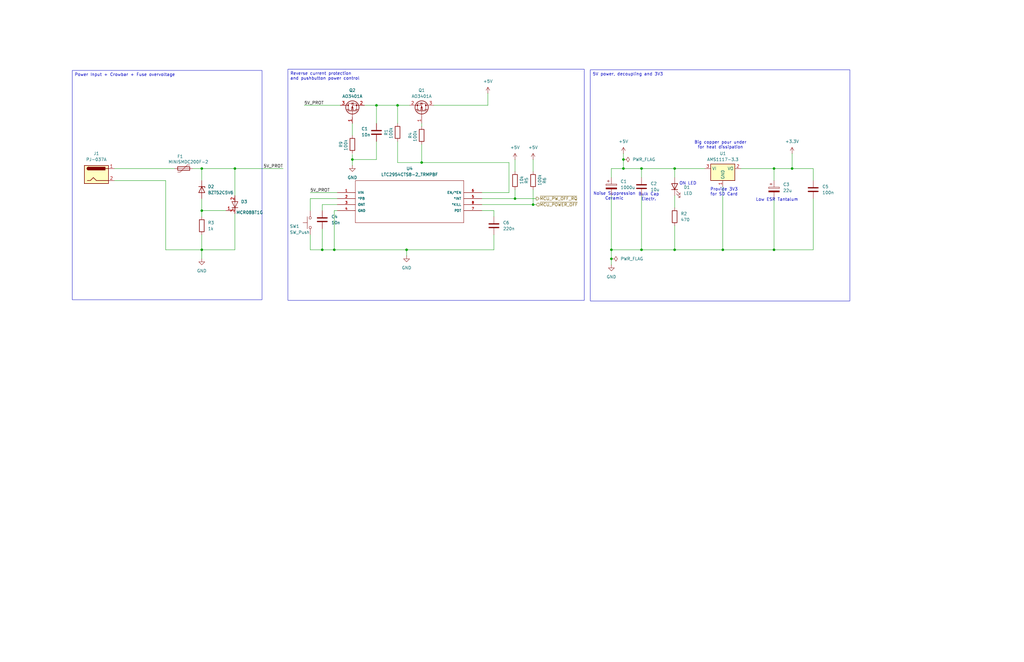
<source format=kicad_sch>
(kicad_sch (version 20250114) (generator "eeschema") (generator_version "9.0")
  (paper "USLedger")
  (title_block (title "Z80 HomeBrew Power") (date "2026-01-10") (rev "0.1"))
  (lib_symbols
    (symbol "Connector:Jack-DC" (pin_names (offset 1.016))
      (property "Reference" "J" (at 0 5.334 0))
      (property "Value" "Jack-DC" (at 0 -5.08 0))
      (symbol "Jack-DC_0_1"
        (rectangle (start -5.08 3.81) (end 5.08 -3.81) (stroke (width 0.254)) (fill (type background)))
        (polyline (pts (xy -3.81 -2.54) (xy -2.54 -2.54) (xy -1.27 -1.27) (xy 0 -2.54) (xy 2.54 -2.54) (xy 5.08 -2.54)) (stroke (width 0.254)))
        (arc (start -3.302 1.905) (mid -3.9343 2.54) (end -3.302 3.175) (stroke (width 0.254)))
        (arc (start -3.302 1.905) (mid -3.9343 2.54) (end -3.302 3.175) (stroke (width 0.254)) (fill (type outline)))
        (rectangle (start 3.683 3.175) (end -3.302 1.905) (stroke (width 0.254)) (fill (type outline)))
        (polyline (pts (xy 5.08 2.54) (xy 3.81 2.54)) (stroke (width 0.254)))
      )
      (symbol "Jack-DC_1_1"
        (pin passive line (at 7.62 2.54 180) (length 2.54) (name "~") (number "1"))
        (pin passive line (at 7.62 -2.54 180) (length 2.54) (name "~") (number "2"))
      )
    )
    (symbol "Device:C" (pin_numbers (hide yes)) (pin_names (offset 0.254))
      (property "Reference" "C" (at 0.635 2.54 0))
      (property "Value" "C" (at 0.635 -2.54 0))
      (symbol "C_0_1"
        (polyline (pts (xy -2.032 0.762) (xy 2.032 0.762)) (stroke (width 0.508)))
        (polyline (pts (xy -2.032 -0.762) (xy 2.032 -0.762)) (stroke (width 0.508)))
      )
      (symbol "C_1_1"
        (pin passive line (at 0 3.81 270) (length 2.794) (name "~") (number "1"))
        (pin passive line (at 0 -3.81 90) (length 2.794) (name "~") (number "2"))
      )
    )
    (symbol "Device:C_Polarized" (pin_numbers (hide yes)) (pin_names (offset 0.254))
      (property "Reference" "C" (at 0.635 2.54 0))
      (property "Value" "C_Polarized" (at 0.635 -2.54 0))
      (symbol "C_Polarized_0_1"
        (rectangle (start -2.286 0.508) (end 2.286 1.016))
        (polyline (pts (xy -1.778 2.286) (xy -0.762 2.286)))
        (polyline (pts (xy -1.27 2.794) (xy -1.27 1.778)))
        (rectangle (start 2.286 -0.508) (end -2.286 -1.016) (fill (type outline)))
      )
      (symbol "C_Polarized_1_1"
        (pin passive line (at 0 3.81 270) (length 2.794) (name "~") (number "1"))
        (pin passive line (at 0 -3.81 90) (length 2.794) (name "~") (number "2"))
      )
    )
    (symbol "Device:D_Zener" (pin_numbers (hide yes)) (pin_names (offset 1.016) (hide yes))
      (property "Reference" "D" (at 0 2.54 0))
      (property "Value" "D_Zener" (at 0 -2.54 0))
      (symbol "D_Zener_0_1"
        (polyline (pts (xy -1.27 -1.27) (xy -1.27 1.27) (xy -0.762 1.27)) (stroke (width 0.254)))
        (polyline (pts (xy 1.27 0) (xy -1.27 0)))
        (polyline (pts (xy 1.27 -1.27) (xy 1.27 1.27) (xy -1.27 0) (xy 1.27 -1.27)) (stroke (width 0.254)))
      )
      (symbol "D_Zener_1_1"
        (pin passive line (at -3.81 0 0) (length 2.54) (name "K") (number "1"))
        (pin passive line (at 3.81 0 180) (length 2.54) (name "A") (number "2"))
      )
    )
    (symbol "Device:LED" (pin_numbers (hide yes)) (pin_names (offset 1.016) (hide yes))
      (property "Reference" "D" (at 0 2.54 0))
      (property "Value" "LED" (at 0 -2.54 0))
      (symbol "LED_0_1"
        (polyline (pts (xy -3.048 -0.762) (xy -4.572 -2.286) (xy -3.81 -2.286) (xy -4.572 -2.286) (xy -4.572 -1.524)))
        (polyline (pts (xy -1.778 -0.762) (xy -3.302 -2.286) (xy -2.54 -2.286) (xy -3.302 -2.286) (xy -3.302 -1.524)))
        (polyline (pts (xy -1.27 0) (xy 1.27 0)))
        (polyline (pts (xy -1.27 -1.27) (xy -1.27 1.27)) (stroke (width 0.254)))
        (polyline (pts (xy 1.27 -1.27) (xy 1.27 1.27) (xy -1.27 0) (xy 1.27 -1.27)) (stroke (width 0.254)))
      )
      (symbol "LED_1_1"
        (pin passive line (at -3.81 0 0) (length 2.54) (name "K") (number "1"))
        (pin passive line (at 3.81 0 180) (length 2.54) (name "A") (number "2"))
      )
    )
    (symbol "Device:Polyfuse" (pin_numbers (hide yes)) (pin_names (offset 0))
      (property "Reference" "F" (at -2.54 0 90))
      (property "Value" "Polyfuse" (at 2.54 0 90))
      (symbol "Polyfuse_0_1"
        (polyline (pts (xy -1.524 2.54) (xy -1.524 1.524) (xy 1.524 -1.524) (xy 1.524 -2.54)))
        (rectangle (start -0.762 2.54) (end 0.762 -2.54) (stroke (width 0.254)))
        (polyline (pts (xy 0 2.54) (xy 0 -2.54)))
      )
      (symbol "Polyfuse_1_1"
        (pin passive line (at 0 3.81 270) (length 1.27) (name "~") (number "1"))
        (pin passive line (at 0 -3.81 90) (length 1.27) (name "~") (number "2"))
      )
    )
    (symbol "Device:Q_SCR_GAK" (pin_names (offset 0) (hide yes))
      (property "Reference" "D" (at 1.905 0.635 0))
      (property "Value" "Q_SCR_GAK" (at 1.905 -1.27 0))
      (symbol "Q_SCR_GAK_0_1"
        (polyline (pts (xy -1.27 1.27) (xy 1.27 1.27) (xy 0 -1.27) (xy -1.27 1.27)) (stroke (width 0.2032)))
        (polyline (pts (xy -1.27 -1.27) (xy 1.27 -1.27)) (stroke (width 0.2032)))
        (polyline (pts (xy -1.27 -2.54) (xy -0.635 -1.27)))
        (polyline (pts (xy 0 -2.54) (xy 0 2.54)))
      )
      (symbol "Q_SCR_GAK_1_1"
        (pin input line (at -3.81 -2.54 0) (length 2.54) (name "G") (number "1"))
        (pin passive line (at 0 3.81 270) (length 2.54) (name "A") (number "2"))
        (pin passive line (at 0 -3.81 90) (length 2.54) (name "K") (number "3"))
      )
    )
    (symbol "Device:R" (pin_numbers (hide yes)) (pin_names (offset 0))
      (property "Reference" "R" (at 2.032 0 90))
      (property "Value" "R" (at 0 0 90))
      (symbol "R_0_1"
        (rectangle (start -1.016 -2.54) (end 1.016 2.54) (stroke (width 0.254)))
      )
      (symbol "R_1_1"
        (pin passive line (at 0 3.81 270) (length 1.27) (name "~") (number "1"))
        (pin passive line (at 0 -3.81 90) (length 1.27) (name "~") (number "2"))
      )
    )
    (symbol "LTC2954CTS8-2_TRMPBF:LTC2954CTS8-2_TRMPBF" (pin_names (offset 1.016))
      (property "Reference" "U4" (at 30.48 10.16 0))
      (property "Value" "LTC2954CTS8-2_TRMPBF" (at 30.48 7.62 0))
      (symbol "LTC2954CTS8-2_TRMPBF_0_0"
        (polyline (pts (xy 7.62 5.08) (xy 7.62 -12.7)) (stroke (width 0.1524)))
        (polyline (pts (xy 7.62 -12.7) (xy 53.34 -12.7)) (stroke (width 0.1524)))
        (polyline (pts (xy 53.34 5.08) (xy 7.62 5.08)) (stroke (width 0.1524)))
        (polyline (pts (xy 53.34 -12.7) (xy 53.34 5.08)) (stroke (width 0.1524)))
        (pin input line (at 0 0 0) (length 7.62) (name "VIN") (number "1"))
        (pin input line (at 0 -2.54 0) (length 7.62) (name "*PB") (number "2"))
        (pin input line (at 0 -5.08 0) (length 7.62) (name "ONT") (number "3"))
        (pin power_in line (at 0 -7.62 0) (length 7.62) (name "GND") (number "4"))
        (pin output line (at 60.96 0 180) (length 7.62) (name "EN/*EN") (number "6"))
        (pin output line (at 60.96 -2.54 180) (length 7.62) (name "*INT") (number "5"))
        (pin input line (at 60.96 -5.08 180) (length 7.62) (name "*KILL") (number "8"))
        (pin input line (at 60.96 -7.62 180) (length 7.62) (name "PDT") (number "7"))
      )
    )
    (symbol "Regulator_Linear:AMS1117-3.3"
      (property "Reference" "U" (at -3.81 3.175 0))
      (property "Value" "AMS1117-3.3" (at 0 3.175 0))
      (symbol "AMS1117-3.3_0_1"
        (rectangle (start -5.08 -5.08) (end 5.08 1.905) (stroke (width 0.254)) (fill (type background)))
      )
      (symbol "AMS1117-3.3_1_1"
        (pin power_in line (at -7.62 0 0) (length 2.54) (name "VI") (number "3"))
        (pin power_in line (at 0 -7.62 90) (length 2.54) (name "GND") (number "1"))
        (pin power_out line (at 7.62 0 180) (length 2.54) (name "VO") (number "2"))
      )
    )
    (symbol "Switch:SW_Push" (pin_numbers (hide yes)) (pin_names (offset 1.016) (hide yes))
      (property "Reference" "SW" (at 1.27 2.54 0))
      (property "Value" "SW_Push" (at 0 -1.524 0))
      (symbol "SW_Push_0_1"
        (circle (center -2.032 0) (radius 0.508))
        (polyline (pts (xy 0 1.27) (xy 0 3.048)))
        (circle (center 2.032 0) (radius 0.508))
        (polyline (pts (xy 2.54 1.27) (xy -2.54 1.27)))
        (pin passive line (at -5.08 0 0) (length 2.54) (name "1") (number "1"))
        (pin passive line (at 5.08 0 180) (length 2.54) (name "2") (number "2"))
      )
    )
    (symbol "Transistor_FET:AO3401A" (pin_names (hide yes))
      (property "Reference" "Q" (at 5.08 1.905 0))
      (property "Value" "AO3401A" (at 5.08 0 0))
      (symbol "AO3401A_0_1"
        (polyline (pts (xy 0.254 1.905) (xy 0.254 -1.905)) (stroke (width 0.254)))
        (polyline (pts (xy 0.254 0) (xy -2.54 0)))
        (polyline (pts (xy 0.762 2.286) (xy 0.762 1.27)) (stroke (width 0.254)))
        (polyline (pts (xy 0.762 1.778) (xy 3.302 1.778) (xy 3.302 -1.778) (xy 0.762 -1.778)))
        (polyline (pts (xy 0.762 0.508) (xy 0.762 -0.508)) (stroke (width 0.254)))
        (polyline (pts (xy 0.762 -1.27) (xy 0.762 -2.286)) (stroke (width 0.254)))
        (circle (center 1.651 0) (radius 2.794) (stroke (width 0.254)))
        (polyline (pts (xy 2.286 0) (xy 1.27 0.381) (xy 1.27 -0.381) (xy 2.286 0)) (fill (type outline)))
        (polyline (pts (xy 2.54 2.54) (xy 2.54 1.778)))
        (circle (center 2.54 1.778) (radius 0.254) (fill (type outline)))
        (circle (center 2.54 -1.778) (radius 0.254) (fill (type outline)))
        (polyline (pts (xy 2.54 -2.54) (xy 2.54 0) (xy 0.762 0)))
        (polyline (pts (xy 2.794 -0.508) (xy 2.921 -0.381) (xy 3.683 -0.381) (xy 3.81 -0.254)))
        (polyline (pts (xy 3.302 -0.381) (xy 2.921 0.254) (xy 3.683 0.254) (xy 3.302 -0.381)))
      )
      (symbol "AO3401A_1_1"
        (pin input line (at -5.08 0 0) (length 2.54) (name "G") (number "1"))
        (pin passive line (at 2.54 5.08 270) (length 2.54) (name "D") (number "3"))
        (pin passive line (at 2.54 -5.08 90) (length 2.54) (name "S") (number "2"))
      )
    )
    (symbol "power:+3.3V" (power) (pin_numbers (hide yes)) (pin_names (offset 0) (hide yes))
      (property "Value" "+3.3V" (at 0 3.556 0))
      (symbol "+3.3V_0_1"
        (polyline (pts (xy -0.762 1.27) (xy 0 2.54)))
        (polyline (pts (xy 0 2.54) (xy 0.762 1.27)))
        (polyline (pts (xy 0 0) (xy 0 2.54)))
      )
      (symbol "+3.3V_1_1"
        (pin power_in line (at 0 0 90) (length 0) (name "~") (number "1"))
      )
    )
    (symbol "power:+5V" (power) (pin_numbers (hide yes)) (pin_names (offset 0) (hide yes))
      (property "Value" "+5V" (at 0 3.556 0))
      (symbol "+5V_0_1"
        (polyline (pts (xy -0.762 1.27) (xy 0 2.54)))
        (polyline (pts (xy 0 2.54) (xy 0.762 1.27)))
        (polyline (pts (xy 0 0) (xy 0 2.54)))
      )
      (symbol "+5V_1_1"
        (pin power_in line (at 0 0 90) (length 0) (name "~") (number "1"))
      )
    )
    (symbol "power:GND" (power) (pin_numbers (hide yes)) (pin_names (offset 0) (hide yes))
      (property "Value" "GND" (at 0 -3.81 0))
      (symbol "GND_0_1"
        (polyline (pts (xy 0 0) (xy 0 -1.27) (xy 1.27 -1.27) (xy 0 -2.54) (xy -1.27 -1.27) (xy 0 -1.27)))
      )
      (symbol "GND_1_1"
        (pin power_in line (at 0 0 270) (length 0) (name "~") (number "1"))
      )
    )
    (symbol "power:PWR_FLAG" (power) (pin_numbers (hide yes)) (pin_names (offset 0) (hide yes))
      (property "Value" "PWR_FLAG" (at 0 3.81 0))
      (symbol "PWR_FLAG_0_0"
        (pin power_out line (at 0 0 90) (length 0) (name "~") (number "1"))
      )
      (symbol "PWR_FLAG_0_1"
        (polyline (pts (xy 0 0) (xy 0 1.27) (xy -1.016 1.905) (xy 0 2.54) (xy 1.016 1.905) (xy 0 1.27)))
      )
    )
  )
  (text "ON LED" (at 290.068 77.47 0) (effects (font (size 1.27 1.27))))
  (text "Provide 3V3\nfor SD Card" (at 305.308 81.026 0) (effects (font (size 1.27 1.27))))
  (text "Noise Suppression\nCeramic" (at 259.08 82.804 0) (effects (font (size 1.27 1.27))))
  (text "Low ESR Tantalum" (at 327.66 84.328 0) (effects (font (size 1.27 1.27))))
  (text "Bulk Cap\nElectr.\n" (at 273.558 83.058 0) (effects (font (size 1.27 1.27))))
  (text "Big copper pour under\nfor heat dissipation" (at 303.784 61.214 0) (effects (font (size 1.27 1.27))))
  (text_box "5V power, decoupling and 3V3" (at 248.92 29.464 0) (size 109.474 97.536) (margins 0.9525 0.9525 0.9525 0.9525) (effects (font (size 1.27 1.27)) (justify left top)))
  (text_box "Reverse current protection\nand pushbutton power control" (at 121.412 29.21 0) (size 124.968 97.536) (margins 0.9525 0.9525 0.9525 0.9525) (effects (font (size 1.27 1.27)) (justify left top)))
  (text_box "Power Input + Crowbar + Fuse overvoltage" (at 30.48 29.718 0) (size 80.01 96.774) (margins 0.9525 0.9525 0.9525 0.9525) (effects (font (size 1.27 1.27)) (justify left top)))
  (junction (at 262.89 71.12))
  (junction (at 158.75 44.45))
  (junction (at 85.09 105.41))
  (junction (at 334.01 71.12))
  (junction (at 99.06 71.12))
  (junction (at 257.81 109.22))
  (junction (at 167.64 44.45))
  (junction (at 284.48 105.41))
  (junction (at 85.09 88.9))
  (junction (at 270.51 105.41))
  (junction (at 326.39 105.41))
  (junction (at 257.81 105.41))
  (junction (at 177.8 68.58))
  (junction (at 148.59 67.31))
  (junction (at 270.51 71.12))
  (junction (at 326.39 71.12))
  (junction (at 140.97 105.41))
  (junction (at 304.8 105.41))
  (junction (at 217.17 83.82))
  (junction (at 224.79 86.36))
  (junction (at 262.89 67.31))
  (junction (at 284.48 71.12))
  (junction (at 85.09 71.12))
  (junction (at 135.89 105.41))
  (junction (at 171.45 105.41))
  (wire (pts (xy 270.51 105.41) (xy 284.48 105.41)))
  (wire (pts (xy 284.48 95.25) (xy 284.48 105.41)))
  (wire (pts (xy 224.79 80.01) (xy 224.79 86.36)))
  (wire (pts (xy 85.09 88.9) (xy 95.25 88.9)))
  (wire (pts (xy 142.24 86.36) (xy 135.89 86.36)))
  (wire (pts (xy 99.06 90.17) (xy 99.06 105.41)))
  (wire (pts (xy 270.51 71.12) (xy 284.48 71.12)))
  (wire (pts (xy 140.97 105.41) (xy 171.45 105.41)))
  (wire (pts (xy 257.81 82.55) (xy 257.81 105.41)))
  (wire (pts (xy 85.09 99.06) (xy 85.09 105.41)))
  (wire (pts (xy 257.81 109.22) (xy 257.81 111.76)))
  (wire (pts (xy 284.48 105.41) (xy 304.8 105.41)))
  (wire (pts (xy 85.09 105.41) (xy 99.06 105.41)))
  (wire (pts (xy 312.42 71.12) (xy 326.39 71.12)))
  (wire (pts (xy 130.81 83.82) (xy 142.24 83.82)))
  (wire (pts (xy 135.89 105.41) (xy 140.97 105.41)))
  (wire (pts (xy 262.89 67.31) (xy 262.89 71.12)))
  (wire (pts (xy 99.06 71.12) (xy 119.38 71.12)))
  (wire (pts (xy 334.01 71.12) (xy 342.9 71.12)))
  (wire (pts (xy 217.17 83.82) (xy 226.06 83.82)))
  (wire (pts (xy 217.17 67.31) (xy 217.17 72.39)))
  (wire (pts (xy 48.26 76.2) (xy 69.85 76.2)))
  (wire (pts (xy 177.8 68.58) (xy 214.63 68.58)))
  (wire (pts (xy 148.59 52.07) (xy 148.59 57.15)))
  (wire (pts (xy 208.28 88.9) (xy 208.28 91.44)))
  (wire (pts (xy 158.75 44.45) (xy 158.75 52.07)))
  (wire (pts (xy 167.64 59.69) (xy 167.64 68.58)))
  (wire (pts (xy 205.74 39.37) (xy 205.74 44.45)))
  (wire (pts (xy 69.85 76.2) (xy 69.85 105.41)))
  (wire (pts (xy 203.2 83.82) (xy 217.17 83.82)))
  (wire (pts (xy 177.8 60.96) (xy 177.8 68.58)))
  (wire (pts (xy 142.24 88.9) (xy 140.97 88.9)))
  (wire (pts (xy 342.9 71.12) (xy 342.9 76.2)))
  (wire (pts (xy 85.09 71.12) (xy 99.06 71.12)))
  (wire (pts (xy 158.75 44.45) (xy 167.64 44.45)))
  (wire (pts (xy 130.81 88.9) (xy 130.81 83.82)))
  (wire (pts (xy 158.75 59.69) (xy 158.75 67.31)))
  (wire (pts (xy 48.26 71.12) (xy 73.66 71.12)))
  (wire (pts (xy 167.64 68.58) (xy 177.8 68.58)))
  (wire (pts (xy 257.81 105.41) (xy 257.81 109.22)))
  (wire (pts (xy 148.59 69.85) (xy 148.59 67.31)))
  (wire (pts (xy 158.75 67.31) (xy 148.59 67.31)))
  (wire (pts (xy 135.89 96.52) (xy 135.89 105.41)))
  (wire (pts (xy 284.48 71.12) (xy 297.18 71.12)))
  (wire (pts (xy 69.85 105.41) (xy 85.09 105.41)))
  (wire (pts (xy 270.51 82.55) (xy 270.51 105.41)))
  (wire (pts (xy 153.67 44.45) (xy 158.75 44.45)))
  (wire (pts (xy 171.45 105.41) (xy 208.28 105.41)))
  (wire (pts (xy 262.89 64.77) (xy 262.89 67.31)))
  (wire (pts (xy 214.63 81.28) (xy 203.2 81.28)))
  (wire (pts (xy 257.81 71.12) (xy 257.81 74.93)))
  (wire (pts (xy 130.81 99.06) (xy 130.81 105.41)))
  (wire (pts (xy 326.39 71.12) (xy 334.01 71.12)))
  (wire (pts (xy 208.28 99.06) (xy 208.28 105.41)))
  (wire (pts (xy 326.39 71.12) (xy 326.39 76.2)))
  (wire (pts (xy 284.48 82.55) (xy 284.48 87.63)))
  (wire (pts (xy 85.09 105.41) (xy 85.09 109.22)))
  (wire (pts (xy 257.81 71.12) (xy 262.89 71.12)))
  (wire (pts (xy 85.09 88.9) (xy 85.09 91.44)))
  (wire (pts (xy 224.79 86.36) (xy 226.06 86.36)))
  (wire (pts (xy 304.8 105.41) (xy 326.39 105.41)))
  (wire (pts (xy 177.8 52.07) (xy 177.8 53.34)))
  (wire (pts (xy 85.09 83.82) (xy 85.09 88.9)))
  (wire (pts (xy 140.97 88.9) (xy 140.97 105.41)))
  (wire (pts (xy 203.2 88.9) (xy 208.28 88.9)))
  (wire (pts (xy 326.39 105.41) (xy 342.9 105.41)))
  (wire (pts (xy 85.09 71.12) (xy 85.09 76.2)))
  (wire (pts (xy 135.89 86.36) (xy 135.89 88.9)))
  (wire (pts (xy 182.88 44.45) (xy 205.74 44.45)))
  (wire (pts (xy 304.8 78.74) (xy 304.8 105.41)))
  (wire (pts (xy 130.81 81.28) (xy 142.24 81.28)))
  (wire (pts (xy 167.64 44.45) (xy 172.72 44.45)))
  (wire (pts (xy 128.27 44.45) (xy 143.51 44.45)))
  (wire (pts (xy 334.01 64.77) (xy 334.01 71.12)))
  (wire (pts (xy 217.17 80.01) (xy 217.17 83.82)))
  (wire (pts (xy 284.48 71.12) (xy 284.48 74.93)))
  (wire (pts (xy 171.45 105.41) (xy 171.45 107.95)))
  (wire (pts (xy 342.9 83.82) (xy 342.9 105.41)))
  (wire (pts (xy 81.28 71.12) (xy 85.09 71.12)))
  (wire (pts (xy 99.06 71.12) (xy 99.06 82.55)))
  (wire (pts (xy 326.39 83.82) (xy 326.39 105.41)))
  (wire (pts (xy 130.81 105.41) (xy 135.89 105.41)))
  (wire (pts (xy 224.79 67.31) (xy 224.79 72.39)))
  (wire (pts (xy 203.2 86.36) (xy 224.79 86.36)))
  (wire (pts (xy 257.81 105.41) (xy 270.51 105.41)))
  (wire (pts (xy 167.64 44.45) (xy 167.64 52.07)))
  (wire (pts (xy 148.59 65.135) (xy 148.59 67.31)))
  (wire (pts (xy 270.51 71.12) (xy 270.51 74.93)))
  (wire (pts (xy 262.89 71.12) (xy 270.51 71.12)))
  (wire (pts (xy 214.63 68.58) (xy 214.63 81.28)))
  (label "5V_PROT" (at 119.38 71.12 180))
  (label "5V_PROT" (at 130.81 81.28 0))
  (label "5V_PROT" (at 128.27 44.45 0))
  (hierarchical_label "~{MCU_PW_OFF_RQ}" (shape output) (at 226.06 83.82 0))
  (hierarchical_label "~{MCU_POWER_OFF}" (shape input) (at 226.06 86.36 0))
  (symbol (lib_id "Device:R") (at 224.79 76.2 0) (unit 1)
    (property "Reference" "R6" (at 229.616 76.2 90))
    (property "Value" "100k" (at 227.584 75.946 90))
    (property "Footprint" "Resistor_SMD:R_0603_1608Metric" (effects (hide yes)))
    (property "Description" "Resistor" (effects (hide yes)))
  )
  (symbol (lib_id "Device:R") (at 167.64 55.88 180) (unit 1)
    (property "Reference" "R1" (at 162.814 55.88 90))
    (property "Value" "100k" (at 164.846 56.134 90))
    (property "Footprint" "Resistor_SMD:R_0603_1608Metric" (effects (hide yes)))
    (property "Description" "Resistor" (effects (hide yes)))
  )
  (symbol (lib_id "Device:Polyfuse") (at 77.47 71.12 90) (unit 1)
    (property "Reference" "F1" (at 77.216 66.04 90) (effects (justify left)))
    (property "Value" "MINISMDC200F-2" (at 87.884 68.326 90) (effects (justify left)))
    (property "Footprint" "Fuse:Fuse_1812_4532Metric" (effects (hide yes)))
    (property "Description" "Resettable fuse, polymeric positive temperature coefficient (2A)" (effects (hide yes)))
  )
  (symbol (lib_id "Device:C_Polarized") (at 257.81 78.74 0) (unit 1)
    (property "Reference" "C1" (at 261.62 76.5809 0) (effects (justify left)))
    (property "Value" "1000u" (at 261.62 79.1209 0) (effects (justify left)))
    (property "Footprint" "Capacitor_SMD:CP_Elec_10x10.5" (effects (hide yes)))
    (property "Description" "Polarized capacitor" (effects (hide yes)))
  )
  (symbol (lib_id "power:PWR_FLAG") (at 262.89 67.31 270) (unit 1)
    (property "Reference" "#FLG01" (effects (hide yes)))
    (property "Value" "PWR_FLAG" (at 266.7 67.3099 90) (effects (justify left)))
    (property "Description" "Special symbol for telling ERC where power comes from" (effects (hide yes)))
  )
  (symbol (lib_id "power:+5V") (at 217.17 67.31 0) (unit 1)
    (property "Reference" "#PWR06" (effects (hide yes)))
    (property "Value" "+5V" (at 217.17 62.23 0))
    (property "Description" "Power symbol creates a global label with name \"+5V\"" (effects (hide yes)))
  )
  (symbol (lib_id "Device:R") (at 217.17 76.2 0) (unit 1)
    (property "Reference" "R5" (at 221.996 76.2 90))
    (property "Value" "10k" (at 219.964 75.946 90))
    (property "Footprint" "Resistor_SMD:R_0603_1608Metric" (effects (hide yes)))
    (property "Description" "Resistor" (effects (hide yes)))
  )
  (symbol (lib_id "Transistor_FET:AO3401A") (at 148.59 46.99 90) (unit 1)
    (property "Reference" "Q2" (at 148.59 38.1 90))
    (property "Value" "AO3401A" (at 148.59 40.64 90))
    (property "Footprint" "Package_TO_SOT_SMD:SOT-23" (effects (hide yes)))
    (property "Datasheet" "http://www.aosmd.com/pdfs/datasheet/AO3401A.pdf" (effects (hide yes)))
    (property "Description" "-4.0A Id, -30V Vds, P-Channel MOSFET, SOT-23" (effects (hide yes)))
  )
  (symbol (lib_id "power:GND") (at 171.45 107.95 0) (unit 1)
    (property "Reference" "#PWR07" (effects (hide yes)))
    (property "Value" "GND" (at 171.45 113.03 0))
    (property "Description" "Power symbol creates a global label with name \"GND\" , ground" (effects (hide yes)))
  )
  (symbol (lib_id "Device:C_Polarized") (at 326.39 80.01 0) (unit 1)
    (property "Reference" "C3" (at 330.2 77.8509 0) (effects (justify left)))
    (property "Value" "22u" (at 330.2 80.3909 0) (effects (justify left)))
    (property "Footprint" "Capacitor_Tantalum_SMD:CP_EIA-3528-21_Kemet-B" (effects (hide yes)))
    (property "Description" "Polarized capacitor" (effects (hide yes)))
  )
  (symbol (lib_id "Device:C") (at 158.75 55.88 0) (unit 1)
    (property "Reference" "C1" (at 152.4 54.356 0) (effects (justify left)))
    (property "Value" "10n" (at 152.4 56.896 0) (effects (justify left)))
    (property "Footprint" "Capacitor_SMD:C_0805_2012Metric" (effects (hide yes)))
    (property "Description" "Unpolarized capacitor X7R/X5R 20V" (effects (hide yes)))
  )
  (symbol (lib_id "power:+5V") (at 262.89 64.77 0) (unit 1)
    (property "Reference" "#PWR01" (effects (hide yes)))
    (property "Value" "+5V" (at 262.89 59.69 0))
    (property "Description" "Power symbol creates a global label with name \"+5V\"" (effects (hide yes)))
  )
  (symbol (lib_id "Device:C") (at 270.51 78.74 0) (unit 1)
    (property "Reference" "C2" (at 274.32 77.4699 0) (effects (justify left)))
    (property "Value" "10u" (at 274.32 80.0099 0) (effects (justify left)))
    (property "Footprint" "Capacitor_SMD:C_0805_2012Metric" (effects (hide yes)))
    (property "Description" "Unpolarized capacitor X7R/X5R 20V" (effects (hide yes)))
  )
  (symbol (lib_id "Regulator_Linear:AMS1117-3.3") (at 304.8 71.12 0) (unit 1)
    (property "Reference" "U1" (at 304.8 64.77 0))
    (property "Value" "AMS1117-3.3" (at 304.8 67.31 0))
    (property "Footprint" "Package_TO_SOT_SMD:SOT-223-3_TabPin2" (effects (hide yes)))
    (property "Datasheet" "http://www.advanced-monolithic.com/pdf/ds1117.pdf" (effects (hide yes)))
    (property "Description" "1A Low Dropout regulator, positive, 3.3V fixed output, SOT-223" (effects (hide yes)))
  )
  (symbol (lib_id "Device:R") (at 148.59 60.96 180) (unit 1)
    (property "Reference" "R9" (at 143.764 60.96 90))
    (property "Value" "100k" (at 145.796 61.214 90))
    (property "Footprint" "Resistor_SMD:R_0603_1608Metric" (effects (hide yes)))
    (property "Description" "Resistor" (effects (hide yes)))
  )
  (symbol (lib_id "power:GND") (at 85.09 109.22 0) (unit 1)
    (property "Reference" "#PWR04" (effects (hide yes)))
    (property "Value" "GND" (at 85.09 114.3 0))
    (property "Description" "Power symbol creates a global label with name \"GND\" , ground" (effects (hide yes)))
  )
  (symbol (lib_id "power:PWR_FLAG") (at 257.81 109.22 270) (unit 1)
    (property "Reference" "#FLG02" (effects (hide yes)))
    (property "Value" "PWR_FLAG" (at 261.62 109.2199 90) (effects (justify left)))
    (property "Description" "Special symbol for telling ERC where power comes from" (effects (hide yes)))
  )
  (symbol (lib_id "Device:C") (at 208.28 95.25 0) (unit 1)
    (property "Reference" "C6" (at 212.09 93.9799 0) (effects (justify left)))
    (property "Value" "220n" (at 212.09 96.5199 0) (effects (justify left)))
    (property "Footprint" "Capacitor_SMD:C_0805_2012Metric" (effects (hide yes)))
    (property "Description" "Unpolarized capacitor X7R/X5R 20V" (effects (hide yes)))
  )
  (symbol (lib_id "Device:R") (at 85.09 95.25 0) (unit 1)
    (property "Reference" "R3" (at 87.63 93.9799 0) (effects (justify left)))
    (property "Value" "1k" (at 87.63 96.5199 0) (effects (justify left)))
    (property "Footprint" "Resistor_SMD:R_0603_1608Metric" (effects (hide yes)))
    (property "Description" "Resistor" (effects (hide yes)))
  )
  (symbol (lib_id "power:+5V") (at 224.79 67.31 0) (unit 1)
    (property "Reference" "#PWR08" (effects (hide yes)))
    (property "Value" "+5V" (at 224.79 62.23 0))
    (property "Description" "Power symbol creates a global label with name \"+5V\"" (effects (hide yes)))
  )
  (symbol (lib_id "Device:R") (at 177.8 57.15 180) (unit 1)
    (property "Reference" "R4" (at 172.974 57.15 90))
    (property "Value" "100k" (at 175.006 57.404 90))
    (property "Footprint" "Resistor_SMD:R_0603_1608Metric" (effects (hide yes)))
    (property "Description" "Resistor" (effects (hide yes)))
  )
  (symbol (lib_id "LTC2954CTS8-2_TRMPBF:LTC2954CTS8-2_TRMPBF") (at 142.24 81.28 0) (unit 1)
    (property "Reference" "U4" (at 172.72 71.12 0))
    (property "Value" "LTC2954CTS8-2_TRMPBF" (at 172.72 73.66 0))
    (property "Footprint" "Footprints:TSOT-23_TS8" (effects (hide yes)))
    (property "VENDOR" "Linear Technology" (effects (hide yes)))
    (property "MANUFACTURER_PART_NUMBER" "ltc2954cts81" (effects (hide yes)))
  )
  (symbol (lib_id "Connector:Jack-DC") (at 40.64 73.66 0) (unit 1)
    (property "Reference" "J1" (at 40.64 64.77 0))
    (property "Value" "PJ-037A" (at 40.64 67.31 0))
    (property "Footprint" "Footprints:CUI_PJ-037A" (effects (hide yes)))
    (property "Description" "DC Barrel Jack" (effects (hide yes)))
  )
  (symbol (lib_id "Switch:SW_Push") (at 130.81 93.98 90) (unit 1)
    (property "Reference" "SW1" (at 122.174 95.504 90) (effects (justify right)))
    (property "Value" "SW_Push" (at 122.174 98.044 90) (effects (justify right)))
    (property "Footprint" "Connector_PinHeader_1.27mm:PinHeader_1x02_P1.27mm_Vertical" (effects (hide yes)))
    (property "Description" "Push button switch, generic, two pins" (effects (hide yes)))
  )
  (symbol (lib_id "Device:C") (at 135.89 92.71 0) (unit 1)
    (property "Reference" "C4" (at 139.7 91.4399 0) (effects (justify left)))
    (property "Value" "10n" (at 139.7 93.9799 0) (effects (justify left)))
    (property "Footprint" "Capacitor_SMD:C_0805_2012Metric" (effects (hide yes)))
    (property "Description" "Unpolarized capacitor X7R/X5R 20V" (effects (hide yes)))
  )
  (symbol (lib_id "Transistor_FET:AO3401A") (at 177.8 46.99 270) (mirror x) (unit 1)
    (property "Reference" "Q1" (at 177.8 38.1 90))
    (property "Value" "AO3401A" (at 177.8 40.64 90))
    (property "Footprint" "Package_TO_SOT_SMD:SOT-23" (effects (hide yes)))
    (property "Datasheet" "http://www.aosmd.com/pdfs/datasheet/AO3401A.pdf" (effects (hide yes)))
    (property "Description" "-4.0A Id, -30V Vds, P-Channel MOSFET, SOT-23" (effects (hide yes)))
  )
  (symbol (lib_id "Device:D_Zener") (at 85.09 80.01 270) (unit 1)
    (property "Reference" "D2" (at 87.63 78.7399 90) (effects (justify left)))
    (property "Value" "BZT52C5V6" (at 87.63 81.2799 90) (effects (justify left)))
    (property "Footprint" "Diode_SMD:D_SOD-123" (effects (hide yes)))
    (property "Description" "Zener diode 5V6" (effects (hide yes)))
  )
  (symbol (lib_id "Device:R") (at 284.48 91.44 0) (unit 1)
    (property "Reference" "R2" (at 287.02 90.1699 0) (effects (justify left)))
    (property "Value" "470" (at 287.02 92.7099 0) (effects (justify left)))
    (property "Footprint" "Resistor_SMD:R_0603_1608Metric" (effects (hide yes)))
    (property "Description" "Resistor" (effects (hide yes)))
  )
  (symbol (lib_id "power:GND") (at 148.59 69.85 0) (unit 1)
    (property "Reference" "#PWR020" (effects (hide yes)))
    (property "Value" "GND" (at 148.59 74.93 0))
    (property "Description" "Power symbol creates a global label with name \"GND\" , ground" (effects (hide yes)))
  )
  (symbol (lib_id "Device:C") (at 342.9 80.01 0) (unit 1)
    (property "Reference" "C5" (at 346.71 78.7399 0) (effects (justify left)))
    (property "Value" "100n" (at 346.71 81.2799 0) (effects (justify left)))
    (property "Footprint" "Capacitor_SMD:C_0805_2012Metric" (effects (hide yes)))
    (property "Description" "Unpolarized capacitor X7R/X5R 20V" (effects (hide yes)))
  )
  (symbol (lib_id "power:GND") (at 257.81 111.76 0) (unit 1)
    (property "Reference" "#PWR03" (effects (hide yes)))
    (property "Value" "GND" (at 257.81 116.84 0))
    (property "Description" "Power symbol creates a global label with name \"GND\" , ground" (effects (hide yes)))
  )
  (symbol (lib_id "power:+5V") (at 205.74 39.37 0) (unit 1)
    (property "Reference" "#PWR05" (effects (hide yes)))
    (property "Value" "+5V" (at 205.74 34.29 0))
    (property "Description" "Power symbol creates a global label with name \"+5V\"" (effects (hide yes)))
  )
  (symbol (lib_id "power:+3.3V") (at 334.01 64.77 0) (unit 1)
    (property "Reference" "#PWR02" (effects (hide yes)))
    (property "Value" "+3.3V" (at 334.01 59.69 0))
    (property "Description" "Power symbol creates a global label with name \"+3.3V\"" (effects (hide yes)))
  )
  (symbol (lib_id "Device:LED") (at 284.48 78.74 90) (unit 1)
    (property "Reference" "D1" (at 288.29 79.0574 90) (effects (justify right)))
    (property "Value" "LED" (at 288.29 81.5974 90) (effects (justify right)))
    (property "Footprint" "LED_SMD:LED_1206_3216Metric" (effects (hide yes)))
    (property "Description" "Light emitting diode" (effects (hide yes)))
    (property "Sim.Pins" "1=K 2=A" (effects (hide yes)))
  )
  (symbol (lib_id "Device:Q_SCR_GAK") (at 99.06 86.36 0) (unit 1)
    (property "Reference" "D3" (at 101.6 85.0899 0) (effects (justify left)))
    (property "Value" "MCR08BT1G" (at 99.568 89.662 0) (effects (justify left)))
    (property "Footprint" "Package_TO_SOT_SMD:SOT-23-3" (effects (hide yes)))
    (property "Description" "Silicon controlled rectifier, gate/anode/cathode" (effects (hide yes)))
  )
)
</source>
